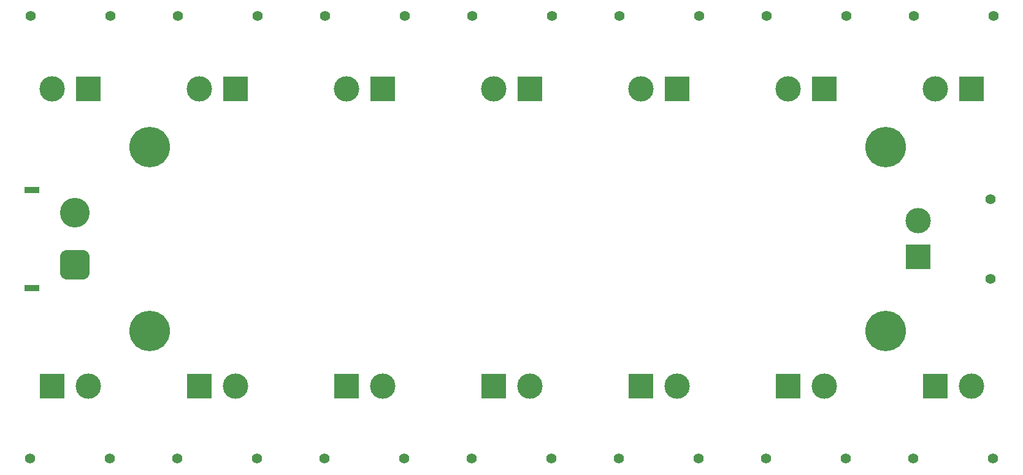
<source format=gbr>
%TF.GenerationSoftware,KiCad,Pcbnew,8.0.2-1*%
%TF.CreationDate,2024-09-06T21:09:21+10:00*%
%TF.ProjectId,ae-bbc-pcb,61652d62-6263-42d7-9063-622e6b696361,rev?*%
%TF.SameCoordinates,Original*%
%TF.FileFunction,Soldermask,Bot*%
%TF.FilePolarity,Negative*%
%FSLAX46Y46*%
G04 Gerber Fmt 4.6, Leading zero omitted, Abs format (unit mm)*
G04 Created by KiCad (PCBNEW 8.0.2-1) date 2024-09-06 21:09:21*
%MOMM*%
%LPD*%
G01*
G04 APERTURE LIST*
G04 Aperture macros list*
%AMRoundRect*
0 Rectangle with rounded corners*
0 $1 Rounding radius*
0 $2 $3 $4 $5 $6 $7 $8 $9 X,Y pos of 4 corners*
0 Add a 4 corners polygon primitive as box body*
4,1,4,$2,$3,$4,$5,$6,$7,$8,$9,$2,$3,0*
0 Add four circle primitives for the rounded corners*
1,1,$1+$1,$2,$3*
1,1,$1+$1,$4,$5*
1,1,$1+$1,$6,$7*
1,1,$1+$1,$8,$9*
0 Add four rect primitives between the rounded corners*
20,1,$1+$1,$2,$3,$4,$5,0*
20,1,$1+$1,$4,$5,$6,$7,0*
20,1,$1+$1,$6,$7,$8,$9,0*
20,1,$1+$1,$8,$9,$2,$3,0*%
G04 Aperture macros list end*
%ADD10R,2.000000X0.900000*%
%ADD11RoundRect,1.025000X1.025000X-1.025000X1.025000X1.025000X-1.025000X1.025000X-1.025000X-1.025000X0*%
%ADD12C,4.100000*%
%ADD13C,1.400000*%
%ADD14R,3.500000X3.500000*%
%ADD15C,3.500000*%
%ADD16C,5.600000*%
G04 APERTURE END LIST*
D10*
%TO.C,J1*%
X137340000Y-148990000D03*
X137340000Y-135490000D03*
D11*
X143340000Y-145840000D03*
D12*
X143340000Y-138640000D03*
%TD*%
D13*
%TO.C,J4*%
X137204896Y-111466755D03*
X148204896Y-111466755D03*
D14*
X145204896Y-121466755D03*
D15*
X140204896Y-121466755D03*
%TD*%
D13*
%TO.C,J16*%
X259124895Y-111466754D03*
X270124895Y-111466754D03*
D14*
X267124895Y-121466754D03*
D15*
X262124895Y-121466754D03*
%TD*%
D13*
%TO.C,J15*%
X270072224Y-172580160D03*
X259072224Y-172580160D03*
D14*
X262072224Y-162580160D03*
D15*
X267072224Y-162580160D03*
%TD*%
D13*
%TO.C,J14*%
X238804896Y-111466755D03*
X249804896Y-111466755D03*
D14*
X246804896Y-121466755D03*
D15*
X241804896Y-121466755D03*
%TD*%
D13*
%TO.C,J13*%
X249752224Y-172580160D03*
X238752224Y-172580160D03*
D14*
X241752224Y-162580160D03*
D15*
X246752224Y-162580160D03*
%TD*%
D13*
%TO.C,J12*%
X218484895Y-111466755D03*
X229484895Y-111466755D03*
D14*
X226484895Y-121466755D03*
D15*
X221484895Y-121466755D03*
%TD*%
D13*
%TO.C,J11*%
X229432225Y-172580159D03*
X218432225Y-172580159D03*
D14*
X221432225Y-162580159D03*
D15*
X226432225Y-162580159D03*
%TD*%
D13*
%TO.C,J10*%
X198164896Y-111466754D03*
X209164896Y-111466754D03*
D14*
X206164896Y-121466754D03*
D15*
X201164896Y-121466754D03*
%TD*%
D13*
%TO.C,J9*%
X209112224Y-172580159D03*
X198112224Y-172580159D03*
D14*
X201112224Y-162580159D03*
D15*
X206112224Y-162580159D03*
%TD*%
D13*
%TO.C,J8*%
X177844895Y-111466754D03*
X188844895Y-111466754D03*
D14*
X185844895Y-121466754D03*
D15*
X180844895Y-121466754D03*
%TD*%
D13*
%TO.C,J7*%
X188792225Y-172580160D03*
X177792225Y-172580160D03*
D14*
X180792225Y-162580160D03*
D15*
X185792225Y-162580160D03*
%TD*%
D13*
%TO.C,J6*%
X157524896Y-111466755D03*
X168524896Y-111466755D03*
D14*
X165524896Y-121466755D03*
D15*
X160524896Y-121466755D03*
%TD*%
D13*
%TO.C,J5*%
X168472224Y-172580160D03*
X157472224Y-172580160D03*
D14*
X160472224Y-162580160D03*
D15*
X165472224Y-162580160D03*
%TD*%
D13*
%TO.C,J3*%
X148152225Y-172580159D03*
X137152225Y-172580159D03*
D14*
X140152225Y-162580159D03*
D15*
X145152225Y-162580159D03*
%TD*%
D13*
%TO.C,J2*%
X269755000Y-136740000D03*
X269755000Y-147740000D03*
D14*
X259755000Y-144740000D03*
D15*
X259755000Y-139740000D03*
%TD*%
D16*
%TO.C,H2*%
X255270000Y-129540000D03*
%TD*%
%TO.C,H4*%
X255270000Y-154940000D03*
%TD*%
%TO.C,H1*%
X153670000Y-129540000D03*
%TD*%
%TO.C,H3*%
X153670000Y-154940000D03*
%TD*%
M02*

</source>
